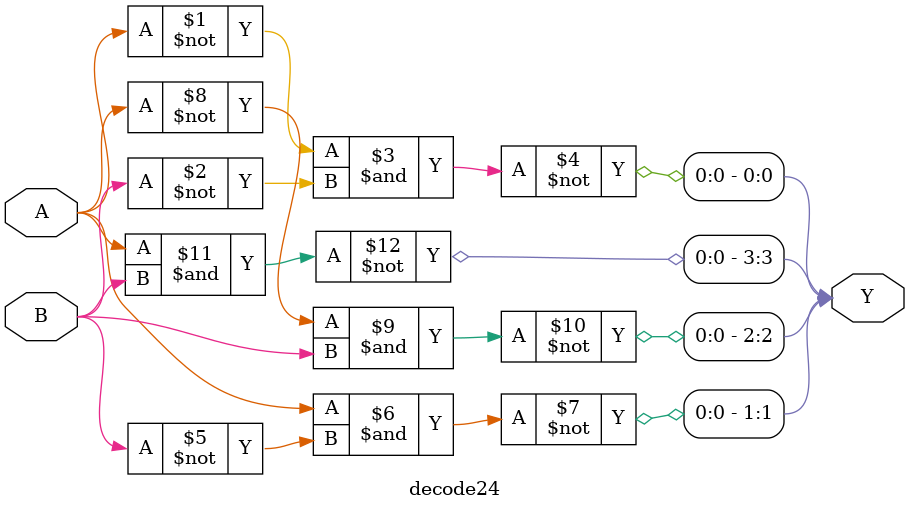
<source format=v>

module decode24 (A, B, Y);

  input A, B;
  wire A, B;

  output [0:3] Y;
  wire [0:3] Y;

  // Using or gate.
  //assign Y[0] =  A |  B;
  //assign Y[1] = !A |  B;
  //assign Y[2] =  A | !B;
  //assign Y[3] = !A | !B;

  assign Y[0] = ~((~A)&(~B));
  assign Y[1] = ~(( A)&(~B));
  assign Y[2] = ~((~A)&( B));
  assign Y[3] = ~(( A)&( B));

endmodule


</source>
